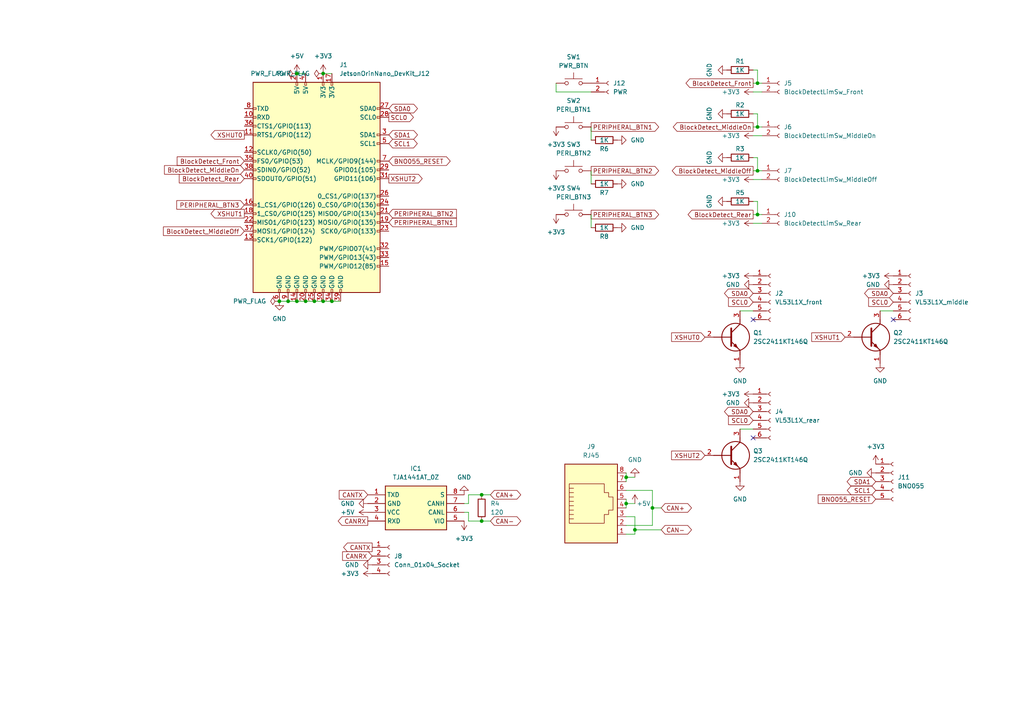
<source format=kicad_sch>
(kicad_sch (version 20230121) (generator eeschema)
  (paper "A4")
  (lib_symbols
    (symbol "2SC2411KT146Q:2SC2411KT146Q" (pin_names hide)
      (property "Reference" "Q" (at 13.97 1.27 0))
      (property "Value" "2SC2411KT146Q" (at 13.97 -1.27 0))
      (symbol "2SC2411KT146Q_1_1"
        (polyline (pts (xy 2.54 0) (xy 7.62 0)) (stroke (width 0.254)))
        (polyline (pts (xy 7.62 -1.27) (xy 10.16 -3.81)) (stroke (width 0.254)))
        (polyline (pts (xy 7.62 1.27) (xy 10.16 3.81)) (stroke (width 0.254)))
        (polyline (pts (xy 7.62 2.54) (xy 7.62 -2.54)) (stroke (width 0.508)))
        (polyline (pts (xy 10.16 -3.81) (xy 10.16 -5.08)) (stroke (width 0.254)))
        (polyline (pts (xy 10.16 3.81) (xy 10.16 5.08)) (stroke (width 0.254)))
        (polyline (pts (xy 8.382 -2.54) (xy 8.89 -2.032) (xy 9.398 -3.048) (xy 8.382 -2.54)) (stroke (width 0.254)) (fill (type outline)))
        (circle (center 8.89 0) (radius 4.016) (stroke (width 0.254)))
        (pin passive line (at 10.16 -7.62 90) (length 2.54) (name "E") (number "1"))
        (pin passive line (at 0 0 0) (length 2.54) (name "B") (number "2"))
        (pin passive line (at 10.16 7.62 270) (length 2.54) (name "C") (number "3"))
      )
    )
    (symbol "Connector:Conn_01x02_Socket" (pin_names (offset 1.016) hide)
      (property "Reference" "J" (at 0 2.54 0))
      (property "Value" "Conn_01x02_Socket" (at 0 -5.08 0))
      (symbol "Conn_01x02_Socket_1_1"
        (arc (start 0 -2.032) (mid -0.5058 -2.54) (end 0 -3.048) (stroke (width 0.1524)))
        (polyline (pts (xy -1.27 -2.54) (xy -0.508 -2.54)) (stroke (width 0.1524)))
        (polyline (pts (xy -1.27 0) (xy -0.508 0)) (stroke (width 0.1524)))
        (arc (start 0 0.508) (mid -0.5058 0) (end 0 -0.508) (stroke (width 0.1524)))
        (pin passive line (at -5.08 0 0) (length 3.81) (name "Pin_1") (number "1"))
        (pin passive line (at -5.08 -2.54 0) (length 3.81) (name "Pin_2") (number "2"))
      )
    )
    (symbol "Connector:Conn_01x04_Socket" (pin_names (offset 1.016) hide)
      (property "Reference" "J" (at 0 5.08 0))
      (property "Value" "Conn_01x04_Socket" (at 0 -7.62 0))
      (symbol "Conn_01x04_Socket_1_1"
        (arc (start 0 -4.572) (mid -0.5058 -5.08) (end 0 -5.588) (stroke (width 0.1524)))
        (arc (start 0 -2.032) (mid -0.5058 -2.54) (end 0 -3.048) (stroke (width 0.1524)))
        (polyline (pts (xy -1.27 -5.08) (xy -0.508 -5.08)) (stroke (width 0.1524)))
        (polyline (pts (xy -1.27 -2.54) (xy -0.508 -2.54)) (stroke (width 0.1524)))
        (polyline (pts (xy -1.27 0) (xy -0.508 0)) (stroke (width 0.1524)))
        (polyline (pts (xy -1.27 2.54) (xy -0.508 2.54)) (stroke (width 0.1524)))
        (arc (start 0 0.508) (mid -0.5058 0) (end 0 -0.508) (stroke (width 0.1524)))
        (arc (start 0 3.048) (mid -0.5058 2.54) (end 0 2.032) (stroke (width 0.1524)))
        (pin passive line (at -5.08 2.54 0) (length 3.81) (name "Pin_1") (number "1"))
        (pin passive line (at -5.08 0 0) (length 3.81) (name "Pin_2") (number "2"))
        (pin passive line (at -5.08 -2.54 0) (length 3.81) (name "Pin_3") (number "3"))
        (pin passive line (at -5.08 -5.08 0) (length 3.81) (name "Pin_4") (number "4"))
      )
    )
    (symbol "Connector:Conn_01x05_Socket" (pin_names (offset 1.016) hide)
      (property "Reference" "J" (at 0 7.62 0))
      (property "Value" "Conn_01x05_Socket" (at 0 -7.62 0))
      (symbol "Conn_01x05_Socket_1_1"
        (arc (start 0 -4.572) (mid -0.5058 -5.08) (end 0 -5.588) (stroke (width 0.1524)))
        (arc (start 0 -2.032) (mid -0.5058 -2.54) (end 0 -3.048) (stroke (width 0.1524)))
        (polyline (pts (xy -1.27 -5.08) (xy -0.508 -5.08)) (stroke (width 0.1524)))
        (polyline (pts (xy -1.27 -2.54) (xy -0.508 -2.54)) (stroke (width 0.1524)))
        (polyline (pts (xy -1.27 0) (xy -0.508 0)) (stroke (width 0.1524)))
        (polyline (pts (xy -1.27 2.54) (xy -0.508 2.54)) (stroke (width 0.1524)))
        (polyline (pts (xy -1.27 5.08) (xy -0.508 5.08)) (stroke (width 0.1524)))
        (arc (start 0 0.508) (mid -0.5058 0) (end 0 -0.508) (stroke (width 0.1524)))
        (arc (start 0 3.048) (mid -0.5058 2.54) (end 0 2.032) (stroke (width 0.1524)))
        (arc (start 0 5.588) (mid -0.5058 5.08) (end 0 4.572) (stroke (width 0.1524)))
        (pin passive line (at -5.08 5.08 0) (length 3.81) (name "Pin_1") (number "1"))
        (pin passive line (at -5.08 2.54 0) (length 3.81) (name "Pin_2") (number "2"))
        (pin passive line (at -5.08 0 0) (length 3.81) (name "Pin_3") (number "3"))
        (pin passive line (at -5.08 -2.54 0) (length 3.81) (name "Pin_4") (number "4"))
        (pin passive line (at -5.08 -5.08 0) (length 3.81) (name "Pin_5") (number "5"))
      )
    )
    (symbol "Connector:Conn_01x06_Socket" (pin_names (offset 1.016) hide)
      (property "Reference" "J" (at 0 7.62 0))
      (property "Value" "Conn_01x06_Socket" (at 0 -10.16 0))
      (symbol "Conn_01x06_Socket_1_1"
        (arc (start 0 -7.112) (mid -0.5058 -7.62) (end 0 -8.128) (stroke (width 0.1524)))
        (arc (start 0 -4.572) (mid -0.5058 -5.08) (end 0 -5.588) (stroke (width 0.1524)))
        (arc (start 0 -2.032) (mid -0.5058 -2.54) (end 0 -3.048) (stroke (width 0.1524)))
        (polyline (pts (xy -1.27 -7.62) (xy -0.508 -7.62)) (stroke (width 0.1524)))
        (polyline (pts (xy -1.27 -5.08) (xy -0.508 -5.08)) (stroke (width 0.1524)))
        (polyline (pts (xy -1.27 -2.54) (xy -0.508 -2.54)) (stroke (width 0.1524)))
        (polyline (pts (xy -1.27 0) (xy -0.508 0)) (stroke (width 0.1524)))
        (polyline (pts (xy -1.27 2.54) (xy -0.508 2.54)) (stroke (width 0.1524)))
        (polyline (pts (xy -1.27 5.08) (xy -0.508 5.08)) (stroke (width 0.1524)))
        (arc (start 0 0.508) (mid -0.5058 0) (end 0 -0.508) (stroke (width 0.1524)))
        (arc (start 0 3.048) (mid -0.5058 2.54) (end 0 2.032) (stroke (width 0.1524)))
        (arc (start 0 5.588) (mid -0.5058 5.08) (end 0 4.572) (stroke (width 0.1524)))
        (pin passive line (at -5.08 5.08 0) (length 3.81) (name "Pin_1") (number "1"))
        (pin passive line (at -5.08 2.54 0) (length 3.81) (name "Pin_2") (number "2"))
        (pin passive line (at -5.08 0 0) (length 3.81) (name "Pin_3") (number "3"))
        (pin passive line (at -5.08 -2.54 0) (length 3.81) (name "Pin_4") (number "4"))
        (pin passive line (at -5.08 -5.08 0) (length 3.81) (name "Pin_5") (number "5"))
        (pin passive line (at -5.08 -7.62 0) (length 3.81) (name "Pin_6") (number "6"))
      )
    )
    (symbol "Connector:RJ45" (pin_names (offset 1.016))
      (property "Reference" "J" (at -5.08 13.97 0))
      (property "Value" "RJ45" (at 2.54 13.97 0))
      (symbol "RJ45_0_1"
        (polyline (pts (xy -5.08 4.445) (xy -6.35 4.445)))
        (polyline (pts (xy -5.08 5.715) (xy -6.35 5.715)))
        (polyline (pts (xy -6.35 -3.175) (xy -5.08 -3.175) (xy -5.08 -3.175)))
        (polyline (pts (xy -6.35 -1.905) (xy -5.08 -1.905) (xy -5.08 -1.905)))
        (polyline (pts (xy -6.35 -0.635) (xy -5.08 -0.635) (xy -5.08 -0.635)))
        (polyline (pts (xy -6.35 0.635) (xy -5.08 0.635) (xy -5.08 0.635)))
        (polyline (pts (xy -6.35 1.905) (xy -5.08 1.905) (xy -5.08 1.905)))
        (polyline (pts (xy -5.08 3.175) (xy -6.35 3.175) (xy -6.35 3.175)))
        (polyline (pts (xy -6.35 -4.445) (xy -6.35 6.985) (xy 3.81 6.985) (xy 3.81 4.445) (xy 5.08 4.445) (xy 5.08 3.175) (xy 6.35 3.175) (xy 6.35 -0.635) (xy 5.08 -0.635) (xy 5.08 -1.905) (xy 3.81 -1.905) (xy 3.81 -4.445) (xy -6.35 -4.445) (xy -6.35 -4.445)))
        (rectangle (start 7.62 12.7) (end -7.62 -10.16) (stroke (width 0.254)) (fill (type background)))
      )
      (symbol "RJ45_1_1"
        (pin passive line (at 10.16 -7.62 180) (length 2.54) (name "~") (number "1"))
        (pin passive line (at 10.16 -5.08 180) (length 2.54) (name "~") (number "2"))
        (pin passive line (at 10.16 -2.54 180) (length 2.54) (name "~") (number "3"))
        (pin passive line (at 10.16 0 180) (length 2.54) (name "~") (number "4"))
        (pin passive line (at 10.16 2.54 180) (length 2.54) (name "~") (number "5"))
        (pin passive line (at 10.16 5.08 180) (length 2.54) (name "~") (number "6"))
        (pin passive line (at 10.16 7.62 180) (length 2.54) (name "~") (number "7"))
        (pin passive line (at 10.16 10.16 180) (length 2.54) (name "~") (number "8"))
      )
    )
    (symbol "Device:R" (pin_numbers hide) (pin_names (offset 0))
      (property "Reference" "R" (at 2.032 0 90))
      (property "Value" "R" (at 0 0 90))
      (symbol "R_0_1"
        (rectangle (start -1.016 -2.54) (end 1.016 2.54) (stroke (width 0.254)))
      )
      (symbol "R_1_1"
        (pin passive line (at 0 3.81 270) (length 1.27) (name "~") (number "1"))
        (pin passive line (at 0 -3.81 90) (length 1.27) (name "~") (number "2"))
      )
    )
    (symbol "Switch:SW_Push" (pin_numbers hide) (pin_names (offset 1.016) hide)
      (property "Reference" "SW" (at 1.27 2.54 0))
      (property "Value" "SW_Push" (at 0 -1.524 0))
      (symbol "SW_Push_0_1"
        (circle (center -2.032 0) (radius 0.508))
        (polyline (pts (xy 0 1.27) (xy 0 3.048)))
        (polyline (pts (xy 2.54 1.27) (xy -2.54 1.27)))
        (circle (center 2.032 0) (radius 0.508))
        (pin passive line (at -5.08 0 0) (length 2.54) (name "1") (number "1"))
        (pin passive line (at 5.08 0 180) (length 2.54) (name "2") (number "2"))
      )
    )
    (symbol "TJA1441AT_0Z:TJA1441AT_0Z"
      (property "Reference" "IC" (at 24.13 7.62 0))
      (property "Value" "TJA1441AT_0Z" (at 24.13 5.08 0))
      (symbol "TJA1441AT_0Z_1_1"
        (rectangle (start 5.08 2.54) (end 22.86 -10.16) (stroke (width 0.254)) (fill (type background)))
        (pin passive line (at 0 0 0) (length 5.08) (name "TXD") (number "1"))
        (pin passive line (at 0 -2.54 0) (length 5.08) (name "GND") (number "2"))
        (pin passive line (at 0 -5.08 0) (length 5.08) (name "VCC") (number "3"))
        (pin passive line (at 0 -7.62 0) (length 5.08) (name "RXD") (number "4"))
        (pin passive line (at 27.94 -7.62 180) (length 5.08) (name "VIO") (number "5"))
        (pin passive line (at 27.94 -5.08 180) (length 5.08) (name "CANL") (number "6"))
        (pin passive line (at 27.94 -2.54 180) (length 5.08) (name "CANH") (number "7"))
        (pin passive line (at 27.94 0 180) (length 5.08) (name "S") (number "8"))
      )
    )
    (symbol "d_robo_lib:JetsonOrinNano_GPIO" (pin_names (offset 1.016))
      (property "Reference" "J" (at -17.78 31.75 0))
      (property "Value" "JetsonOrinNano_DevKit_J12" (at 10.16 -31.75 0))
      (symbol "JetsonOrinNano_GPIO_0_1"
        (rectangle (start -17.78 30.48) (end 19.05 -30.48) (stroke (width 0.254)) (fill (type background)))
      )
      (symbol "JetsonOrinNano_GPIO_1_1"
        (rectangle (start -17.78 10.414) (end -16.891 9.906))
        (rectangle (start -16.891 -14.986) (end -17.78 -15.494))
        (rectangle (start -16.891 -12.446) (end -17.78 -12.954))
        (rectangle (start -16.891 -9.906) (end -17.78 -10.414))
        (rectangle (start -16.891 -7.366) (end -17.78 -7.874))
        (rectangle (start -16.891 -4.826) (end -17.78 -5.334))
        (rectangle (start -16.891 2.794) (end -17.78 2.286))
        (rectangle (start -16.891 5.334) (end -17.78 4.826))
        (rectangle (start -16.891 7.874) (end -17.78 7.366))
        (rectangle (start -16.891 15.494) (end -17.78 14.986))
        (rectangle (start -16.891 18.034) (end -17.78 17.526))
        (rectangle (start -16.891 20.574) (end -17.78 20.066))
        (rectangle (start -16.891 23.114) (end -17.78 22.606))
        (rectangle (start -10.414 -29.591) (end -9.906 -30.48))
        (rectangle (start -7.874 -29.591) (end -7.366 -30.48))
        (rectangle (start -5.334 -29.591) (end -4.826 -30.48))
        (rectangle (start -5.334 30.48) (end -4.826 29.591))
        (rectangle (start -2.794 -29.591) (end -2.286 -30.48))
        (rectangle (start -2.794 30.48) (end -2.286 29.591))
        (rectangle (start -0.254 -29.591) (end 0.254 -30.48))
        (rectangle (start 2.286 -29.591) (end 2.794 -30.48))
        (rectangle (start 2.286 30.48) (end 2.794 29.591))
        (rectangle (start 4.826 -29.591) (end 5.334 -30.48))
        (rectangle (start 4.826 30.48) (end 5.334 29.591))
        (rectangle (start 7.366 -29.591) (end 7.874 -30.48))
        (rectangle (start 19.05 -22.606) (end 18.161 -23.114))
        (rectangle (start 19.05 -20.066) (end 18.161 -20.574))
        (rectangle (start 19.05 -17.526) (end 18.161 -18.034))
        (rectangle (start 19.05 -12.446) (end 18.161 -12.954))
        (rectangle (start 19.05 -9.906) (end 18.161 -10.414))
        (rectangle (start 19.05 -7.366) (end 18.161 -7.874))
        (rectangle (start 19.05 -4.826) (end 18.161 -5.334))
        (rectangle (start 19.05 -2.286) (end 18.161 -2.794))
        (rectangle (start 19.05 2.794) (end 18.161 2.286))
        (rectangle (start 19.05 5.334) (end 18.161 4.826))
        (rectangle (start 19.05 7.874) (end 18.161 7.366))
        (rectangle (start 19.05 12.954) (end 18.161 12.446))
        (rectangle (start 19.05 15.494) (end 18.161 14.986))
        (rectangle (start 19.05 20.574) (end 18.161 20.066))
        (rectangle (start 19.05 23.114) (end 18.161 22.606))
        (pin power_in line (at 2.54 33.02 270) (length 2.54) (name "3V3") (number "1"))
        (pin bidirectional line (at -20.32 20.32 0) (length 2.54) (name "RXD") (number "10"))
        (pin bidirectional line (at -20.32 15.24 0) (length 2.54) (name "RTS1/GPIO(112)") (number "11"))
        (pin bidirectional line (at -20.32 10.16 0) (length 2.54) (name "SCLK0/GPIO(50)") (number "12"))
        (pin bidirectional line (at -20.32 -15.24 0) (length 2.54) (name "SCK1/GPIO(122)") (number "13"))
        (pin power_in line (at -5.08 -33.02 90) (length 2.54) (name "GND") (number "14"))
        (pin bidirectional line (at 21.59 -22.86 180) (length 2.54) (name "PWM/GPIO12(85)") (number "15"))
        (pin bidirectional line (at -20.32 -5.08 0) (length 2.54) (name "1_CS1/GPIO(126)") (number "16"))
        (pin power_in line (at 5.08 33.02 270) (length 2.54) (name "3V3") (number "17"))
        (pin bidirectional line (at -20.32 -7.62 0) (length 2.54) (name "1_CS0/GPIO(125)") (number "18"))
        (pin bidirectional line (at 21.59 -10.16 180) (length 2.54) (name "MOSI0/GPIO(135)") (number "19"))
        (pin power_in line (at -5.08 33.02 270) (length 2.54) (name "5V") (number "2"))
        (pin power_in line (at -2.54 -33.02 90) (length 2.54) (name "GND") (number "20"))
        (pin bidirectional line (at 21.59 -7.62 180) (length 2.54) (name "MISO0/GPIO(134)") (number "21"))
        (pin bidirectional line (at -20.32 -10.16 0) (length 2.54) (name "MISO1/GPIO(123)") (number "22"))
        (pin bidirectional line (at 21.59 -12.7 180) (length 2.54) (name "SCK0/GPIO(133)") (number "23"))
        (pin bidirectional line (at 21.59 -5.08 180) (length 2.54) (name "0_CS0/GPIO(136)") (number "24"))
        (pin power_in line (at 0 -33.02 90) (length 2.54) (name "GND") (number "25"))
        (pin bidirectional line (at 21.59 -2.54 180) (length 2.54) (name "0_CS1/GPIO(137)") (number "26"))
        (pin bidirectional line (at 21.59 22.86 180) (length 2.54) (name "SDA0") (number "27"))
        (pin bidirectional line (at 21.59 20.32 180) (length 2.54) (name "SCL0") (number "28"))
        (pin bidirectional line (at 21.59 5.08 180) (length 2.54) (name "GPIO01(105)") (number "29"))
        (pin bidirectional line (at 21.59 15.24 180) (length 2.54) (name "SDA1") (number "3"))
        (pin power_in line (at 2.54 -33.02 90) (length 2.54) (name "GND") (number "30"))
        (pin bidirectional line (at 21.59 2.54 180) (length 2.54) (name "GPIO11(106)") (number "31"))
        (pin bidirectional line (at 21.59 -17.78 180) (length 2.54) (name "PWM/GPIO07(41)") (number "32"))
        (pin bidirectional line (at 21.59 -20.32 180) (length 2.54) (name "PWM/GPIO13(43)") (number "33"))
        (pin power_in line (at 5.08 -33.02 90) (length 2.54) (name "GND") (number "34"))
        (pin bidirectional line (at -20.32 7.62 0) (length 2.54) (name "FS0/GPIO(53)") (number "35"))
        (pin bidirectional line (at -20.32 17.78 0) (length 2.54) (name "CTS1/GPIO(113)") (number "36"))
        (pin bidirectional line (at -20.32 -12.7 0) (length 2.54) (name "MOSI1/GPIO(124)") (number "37"))
        (pin bidirectional line (at -20.32 5.08 0) (length 2.54) (name "SDIN0/GPIO(52)") (number "38"))
        (pin power_in line (at 7.62 -33.02 90) (length 2.54) (name "GND") (number "39"))
        (pin power_in line (at -2.54 33.02 270) (length 2.54) (name "5V") (number "4"))
        (pin bidirectional line (at -20.32 2.54 0) (length 2.54) (name "SDOUT0/GPIO(51)") (number "40"))
        (pin bidirectional line (at 21.59 12.7 180) (length 2.54) (name "SCL1") (number "5"))
        (pin power_in line (at -10.16 -33.02 90) (length 2.54) (name "GND") (number "6"))
        (pin bidirectional line (at 21.59 7.62 180) (length 2.54) (name "MCLK/GPIO9(144)") (number "7"))
        (pin bidirectional line (at -20.32 22.86 0) (length 2.54) (name "TXD") (number "8"))
        (pin power_in line (at -7.62 -33.02 90) (length 2.54) (name "GND") (number "9"))
      )
    )
    (symbol "power:+3V3" (power) (pin_names (offset 0))
      (property "Value" "+3V3" (at 0 3.556 0))
      (symbol "+3V3_0_1"
        (polyline (pts (xy -0.762 1.27) (xy 0 2.54)))
        (polyline (pts (xy 0 0) (xy 0 2.54)))
        (polyline (pts (xy 0 2.54) (xy 0.762 1.27)))
      )
      (symbol "+3V3_1_1"
        (pin power_in line (at 0 0 90) (length 0) hide (name "+3V3") (number "1"))
      )
    )
    (symbol "power:+5V" (power) (pin_names (offset 0))
      (property "Value" "+5V" (at 0 3.556 0))
      (symbol "+5V_0_1"
        (polyline (pts (xy -0.762 1.27) (xy 0 2.54)))
        (polyline (pts (xy 0 0) (xy 0 2.54)))
        (polyline (pts (xy 0 2.54) (xy 0.762 1.27)))
      )
      (symbol "+5V_1_1"
        (pin power_in line (at 0 0 90) (length 0) hide (name "+5V") (number "1"))
      )
    )
    (symbol "power:GND" (power) (pin_names (offset 0))
      (property "Value" "GND" (at 0 -3.81 0))
      (symbol "GND_0_1"
        (polyline (pts (xy 0 0) (xy 0 -1.27) (xy 1.27 -1.27) (xy 0 -2.54) (xy -1.27 -1.27) (xy 0 -1.27)))
      )
      (symbol "GND_1_1"
        (pin power_in line (at 0 0 270) (length 0) hide (name "GND") (number "1"))
      )
    )
    (symbol "power:PWR_FLAG" (power) (pin_numbers hide) (pin_names (offset 0) hide)
      (property "Value" "PWR_FLAG" (at 0 3.81 0))
      (symbol "PWR_FLAG_0_0"
        (pin power_out line (at 0 0 90) (length 0) (name "pwr") (number "1"))
      )
      (symbol "PWR_FLAG_0_1"
        (polyline (pts (xy 0 0) (xy 0 1.27) (xy -1.016 1.905) (xy 0 2.54) (xy 1.016 1.905) (xy 0 1.27)))
      )
    )
  )
  (junction (at 181.61 146.05))
  (junction (at 184.15 153.67))
  (junction (at 181.61 138.43))
  (junction (at 96.266 87.376))
  (junction (at 86.106 21.336))
  (junction (at 83.566 87.376))
  (junction (at 219.71 62.23))
  (junction (at 219.71 24.13))
  (junction (at 189.23 147.32))
  (junction (at 93.726 21.336))
  (junction (at 139.7 143.51))
  (junction (at 219.71 36.83))
  (junction (at 139.7 151.13))
  (junction (at 219.71 49.53))
  (junction (at 88.646 87.376))
  (junction (at 86.106 87.376))
  (junction (at 93.726 87.376))
  (junction (at 81.026 87.376))
  (junction (at 91.186 87.376))
  (no_connect (at 259.08 92.71))
  (no_connect (at 218.44 127))
  (no_connect (at 218.44 92.71))
  (wire (pts (xy 86.106 87.376) (xy 88.646 87.376)))
  (wire (pts (xy 184.15 153.67) (xy 191.77 153.67)))
  (wire (pts (xy 218.44 52.07) (xy 220.98 52.07)))
  (wire (pts (xy 214.63 124.46) (xy 218.44 124.46)))
  (wire (pts (xy 171.45 26.67) (xy 161.29 26.67)))
  (wire (pts (xy 171.45 49.53) (xy 171.45 53.34)))
  (wire (pts (xy 134.62 146.05) (xy 135.89 146.05)))
  (wire (pts (xy 218.44 45.72) (xy 219.71 45.72)))
  (wire (pts (xy 219.71 58.42) (xy 219.71 62.23)))
  (wire (pts (xy 218.44 58.42) (xy 219.71 58.42)))
  (wire (pts (xy 181.61 149.86) (xy 184.15 149.86)))
  (wire (pts (xy 139.7 151.13) (xy 142.24 151.13)))
  (wire (pts (xy 181.61 154.94) (xy 184.15 154.94)))
  (wire (pts (xy 135.89 148.59) (xy 135.89 151.13)))
  (wire (pts (xy 88.646 87.376) (xy 91.186 87.376)))
  (wire (pts (xy 219.71 20.32) (xy 219.71 24.13)))
  (wire (pts (xy 219.71 24.13) (xy 220.98 24.13)))
  (wire (pts (xy 135.89 143.51) (xy 139.7 143.51)))
  (wire (pts (xy 214.63 90.17) (xy 218.44 90.17)))
  (wire (pts (xy 181.61 146.05) (xy 184.15 146.05)))
  (wire (pts (xy 181.61 142.24) (xy 189.23 142.24)))
  (wire (pts (xy 93.726 87.376) (xy 96.266 87.376)))
  (wire (pts (xy 189.23 147.32) (xy 189.23 152.4)))
  (wire (pts (xy 255.27 90.17) (xy 259.08 90.17)))
  (wire (pts (xy 189.23 142.24) (xy 189.23 147.32)))
  (wire (pts (xy 219.71 33.02) (xy 219.71 36.83)))
  (wire (pts (xy 135.89 146.05) (xy 135.89 143.51)))
  (wire (pts (xy 189.23 147.32) (xy 191.77 147.32)))
  (wire (pts (xy 86.106 21.336) (xy 88.646 21.336)))
  (wire (pts (xy 218.44 64.77) (xy 220.98 64.77)))
  (wire (pts (xy 218.44 20.32) (xy 219.71 20.32)))
  (wire (pts (xy 218.44 33.02) (xy 219.71 33.02)))
  (wire (pts (xy 181.61 144.78) (xy 181.61 146.05)))
  (wire (pts (xy 93.726 21.336) (xy 96.266 21.336)))
  (wire (pts (xy 134.62 148.59) (xy 135.89 148.59)))
  (wire (pts (xy 91.186 87.376) (xy 93.726 87.376)))
  (wire (pts (xy 218.44 36.83) (xy 219.71 36.83)))
  (wire (pts (xy 135.89 151.13) (xy 139.7 151.13)))
  (wire (pts (xy 171.45 36.83) (xy 171.45 40.64)))
  (wire (pts (xy 218.44 62.23) (xy 219.71 62.23)))
  (wire (pts (xy 181.61 138.43) (xy 181.61 139.7)))
  (wire (pts (xy 181.61 137.16) (xy 181.61 138.43)))
  (wire (pts (xy 181.61 146.05) (xy 181.61 147.32)))
  (wire (pts (xy 218.44 24.13) (xy 219.71 24.13)))
  (wire (pts (xy 219.71 62.23) (xy 220.98 62.23)))
  (wire (pts (xy 219.71 36.83) (xy 220.98 36.83)))
  (wire (pts (xy 96.266 87.376) (xy 98.806 87.376)))
  (wire (pts (xy 218.44 49.53) (xy 219.71 49.53)))
  (wire (pts (xy 81.026 87.376) (xy 83.566 87.376)))
  (wire (pts (xy 184.15 153.67) (xy 184.15 149.86)))
  (wire (pts (xy 161.29 26.67) (xy 161.29 24.13)))
  (wire (pts (xy 181.61 152.4) (xy 189.23 152.4)))
  (wire (pts (xy 219.71 49.53) (xy 220.98 49.53)))
  (wire (pts (xy 219.71 45.72) (xy 219.71 49.53)))
  (wire (pts (xy 83.566 87.376) (xy 86.106 87.376)))
  (wire (pts (xy 218.44 26.67) (xy 220.98 26.67)))
  (wire (pts (xy 218.44 39.37) (xy 220.98 39.37)))
  (wire (pts (xy 171.45 62.23) (xy 171.45 66.04)))
  (wire (pts (xy 181.61 138.43) (xy 184.15 138.43)))
  (wire (pts (xy 184.15 154.94) (xy 184.15 153.67)))
  (wire (pts (xy 139.7 143.51) (xy 142.24 143.51)))
  (global_label "CANRX" (shape output) (at 106.68 151.13 180) (property "Intersheetrefs" "${INTERSHEET_REFS}" (effects hide)))
  (global_label "SDA0" (shape bidirectional) (at 112.776 31.496 0) (property "Intersheetrefs" "${INTERSHEET_REFS}" (effects hide)))
  (global_label "PERIPHERAL_BTN1" (shape output) (at 171.45 36.83 0) (property "Intersheetrefs" "${INTERSHEET_REFS}" (effects hide)))
  (global_label "SDA1" (shape bidirectional) (at 112.776 39.116 0) (property "Intersheetrefs" "${INTERSHEET_REFS}" (effects hide)))
  (global_label "XSHUT1" (shape output) (at 70.866 61.976 180) (property "Intersheetrefs" "${INTERSHEET_REFS}" (effects hide)))
  (global_label "CAN-" (shape bidirectional) (at 191.77 153.67 0) (property "Intersheetrefs" "${INTERSHEET_REFS}" (effects hide)))
  (global_label "SDA0" (shape bidirectional) (at 218.44 119.38 180) (property "Intersheetrefs" "${INTERSHEET_REFS}" (effects hide)))
  (global_label "SCL0" (shape input) (at 218.44 87.63 180) (property "Intersheetrefs" "${INTERSHEET_REFS}" (effects hide)))
  (global_label "BNO055_RESET" (shape input) (at 254 144.78 180) (property "Intersheetrefs" "${INTERSHEET_REFS}" (effects hide)))
  (global_label "XSHUT0" (shape input) (at 204.47 97.79 180) (property "Intersheetrefs" "${INTERSHEET_REFS}" (effects hide)))
  (global_label "SCL0" (shape input) (at 259.08 87.63 180) (property "Intersheetrefs" "${INTERSHEET_REFS}" (effects hide)))
  (global_label "XSHUT2" (shape output) (at 112.776 51.816 0) (property "Intersheetrefs" "${INTERSHEET_REFS}" (effects hide)))
  (global_label "CAN-" (shape bidirectional) (at 142.24 151.13 0) (property "Intersheetrefs" "${INTERSHEET_REFS}" (effects hide)))
  (global_label "PERIPHERAL_BTN1" (shape input) (at 112.776 64.516 0) (property "Intersheetrefs" "${INTERSHEET_REFS}" (effects hide)))
  (global_label "CANRX" (shape input) (at 107.95 161.29 180) (property "Intersheetrefs" "${INTERSHEET_REFS}" (effects hide)))
  (global_label "BNO055_RESET" (shape bidirectional) (at 112.776 46.736 0) (property "Intersheetrefs" "${INTERSHEET_REFS}" (effects hide)))
  (global_label "BlockDetect_Front" (shape input) (at 70.866 46.736 180) (property "Intersheetrefs" "${INTERSHEET_REFS}" (effects hide)))
  (global_label "SDA0" (shape bidirectional) (at 259.08 85.09 180) (property "Intersheetrefs" "${INTERSHEET_REFS}" (effects hide)))
  (global_label "XSHUT0" (shape output) (at 70.866 39.116 180) (property "Intersheetrefs" "${INTERSHEET_REFS}" (effects hide)))
  (global_label "XSHUT1" (shape input) (at 245.11 97.79 180) (property "Intersheetrefs" "${INTERSHEET_REFS}" (effects hide)))
  (global_label "CANTX" (shape output) (at 107.95 158.75 180) (property "Intersheetrefs" "${INTERSHEET_REFS}" (effects hide)))
  (global_label "SDA0" (shape bidirectional) (at 218.44 85.09 180) (property "Intersheetrefs" "${INTERSHEET_REFS}" (effects hide)))
  (global_label "BlockDetect_Rear" (shape output) (at 218.44 62.23 180) (property "Intersheetrefs" "${INTERSHEET_REFS}" (effects hide)))
  (global_label "CAN+" (shape bidirectional) (at 191.77 147.32 0) (property "Intersheetrefs" "${INTERSHEET_REFS}" (effects hide)))
  (global_label "BlockDetect_MiddleOn" (shape input) (at 70.866 49.276 180) (property "Intersheetrefs" "${INTERSHEET_REFS}" (effects hide)))
  (global_label "SCL0" (shape input) (at 218.44 121.92 180) (property "Intersheetrefs" "${INTERSHEET_REFS}" (effects hide)))
  (global_label "PERIPHERAL_BTN2" (shape output) (at 171.45 49.53 0) (property "Intersheetrefs" "${INTERSHEET_REFS}" (effects hide)))
  (global_label "XSHUT2" (shape input) (at 204.47 132.08 180) (property "Intersheetrefs" "${INTERSHEET_REFS}" (effects hide)))
  (global_label "CANTX" (shape input) (at 106.68 143.51 180) (property "Intersheetrefs" "${INTERSHEET_REFS}" (effects hide)))
  (global_label "CAN+" (shape bidirectional) (at 142.24 143.51 0) (property "Intersheetrefs" "${INTERSHEET_REFS}" (effects hide)))
  (global_label "SCL0" (shape output) (at 112.776 34.036 0) (property "Intersheetrefs" "${INTERSHEET_REFS}" (effects hide)))
  (global_label "BlockDetect_MiddleOff" (shape output) (at 218.44 49.53 180) (property "Intersheetrefs" "${INTERSHEET_REFS}" (effects hide)))
  (global_label "SDA1" (shape bidirectional) (at 254 139.7 180) (property "Intersheetrefs" "${INTERSHEET_REFS}" (effects hide)))
  (global_label "BlockDetect_MiddleOff" (shape input) (at 70.866 67.056 180) (property "Intersheetrefs" "${INTERSHEET_REFS}" (effects hide)))
  (global_label "PERIPHERAL_BTN3" (shape input) (at 70.866 59.436 180) (property "Intersheetrefs" "${INTERSHEET_REFS}" (effects hide)))
  (global_label "BlockDetect_Front" (shape output) (at 218.44 24.13 180) (property "Intersheetrefs" "${INTERSHEET_REFS}" (effects hide)))
  (global_label "BlockDetect_Rear" (shape input) (at 70.866 51.816 180) (property "Intersheetrefs" "${INTERSHEET_REFS}" (effects hide)))
  (global_label "SCL1" (shape bidirectional) (at 254 142.24 180) (property "Intersheetrefs" "${INTERSHEET_REFS}" (effects hide)))
  (global_label "PERIPHERAL_BTN3" (shape output) (at 171.45 62.23 0) (property "Intersheetrefs" "${INTERSHEET_REFS}" (effects hide)))
  (global_label "BlockDetect_MiddleOn" (shape output) (at 218.44 36.83 180) (property "Intersheetrefs" "${INTERSHEET_REFS}" (effects hide)))
  (global_label "SCL1" (shape bidirectional) (at 112.776 41.656 0) (property "Intersheetrefs" "${INTERSHEET_REFS}" (effects hide)))
  (global_label "PERIPHERAL_BTN2" (shape input) (at 112.776 61.976 0) (property "Intersheetrefs" "${INTERSHEET_REFS}" (effects hide)))
  (symbol (lib_id "Switch:SW_Push") (at 166.37 24.13 0) (unit 1)
    (property "Reference" "SW1" (at 166.37 16.51 0))
    (property "Value" "PWR_BTN" (at 166.37 19.05 0))
    (property "Footprint" "Button_Switch_SMD:SW_SPST_PTS645" (effects hide))
  )
  (symbol (lib_id "power:GND") (at 179.07 66.04 90) (unit 1)
    (property "Reference" "#PWR036" (effects hide))
    (property "Value" "GND" (at 182.88 66.04 90) (effects (justify right)))
  )
  (symbol (lib_id "power:GND") (at 179.07 40.64 90) (unit 1)
    (property "Reference" "#PWR031" (effects hide))
    (property "Value" "GND" (at 182.88 40.64 90) (effects (justify right)))
  )
  (symbol (lib_id "2SC2411KT146Q:2SC2411KT146Q") (at 204.47 132.08 0) (unit 1)
    (property "Reference" "Q3" (at 218.44 130.81 0) (effects (justify left)))
    (property "Value" "2SC2411KT146Q" (at 218.44 133.35 0) (effects (justify left)))
    (property "Footprint" "samacsys_lib:DTB123YKT146" (effects hide))
    (property "Datasheet" "http://uk.rs-online.com/web/p/products/2159568" (effects hide))
    (property "Height" "1" (effects hide))
    (property "RS Part Number" "2159568" (effects hide))
    (property "RS Price/Stock" "http://uk.rs-online.com/web/p/products/2159568" (effects hide))
    (property "Manufacturer_Name" "ROHM Semiconductor" (effects hide))
    (property "Manufacturer_Part_Number" "2SC2411KT146Q" (effects hide))
  )
  (symbol (lib_id "Connector:Conn_01x02_Socket") (at 226.06 24.13 0) (unit 1)
    (property "Reference" "J5" (at 227.33 24.13 0) (effects (justify left)))
    (property "Value" "BlockDetectLimSw_Front" (at 227.33 26.67 0) (effects (justify left)))
    (property "Footprint" "Connector_JST:JST_XH_S2B-XH-A_1x02_P2.50mm_Horizontal" (effects hide))
  )
  (symbol (lib_id "power:+3V3") (at 218.44 39.37 90) (unit 1)
    (property "Reference" "#PWR04" (effects hide))
    (property "Value" "+3V3" (at 214.63 39.37 90) (effects (justify left)))
  )
  (symbol (lib_id "Connector:Conn_01x02_Socket") (at 226.06 36.83 0) (unit 1)
    (property "Reference" "J6" (at 227.33 36.83 0) (effects (justify left)))
    (property "Value" "BlockDetectLimSw_MiddleOn" (at 227.33 39.37 0) (effects (justify left)))
    (property "Footprint" "Connector_JST:JST_XH_S2B-XH-A_1x02_P2.50mm_Horizontal" (effects hide))
  )
  (symbol (lib_id "power:+5V") (at 86.106 21.336 0) (unit 1)
    (property "Reference" "#PWR08" (effects hide))
    (property "Value" "+5V" (at 86.106 16.256 0))
  )
  (symbol (lib_id "Connector:Conn_01x05_Socket") (at 259.08 139.7 0) (unit 1)
    (property "Reference" "J11" (at 260.35 138.43 0) (effects (justify left)))
    (property "Value" "BNO055" (at 260.35 140.97 0) (effects (justify left)))
    (property "Footprint" "Connector_JST:JST_PH_S5B-PH-K_1x05_P2.00mm_Horizontal" (effects hide))
  )
  (symbol (lib_id "Switch:SW_Push") (at 166.37 36.83 0) (unit 1)
    (property "Reference" "SW2" (at 166.37 29.21 0))
    (property "Value" "PERI_BTN1" (at 166.37 31.75 0))
    (property "Footprint" "Button_Switch_SMD:SW_SPST_PTS645" (effects hide))
  )
  (symbol (lib_id "Device:R") (at 214.63 45.72 90) (unit 1)
    (property "Reference" "R3" (at 214.63 43.18 90))
    (property "Value" "1K" (at 214.63 45.72 90))
    (property "Footprint" "Resistor_SMD:R_0603_1608Metric_Pad0.98x0.95mm_HandSolder" (effects hide))
  )
  (symbol (lib_id "Device:R") (at 175.26 53.34 90) (unit 1)
    (property "Reference" "R7" (at 175.26 55.88 90))
    (property "Value" "1K" (at 175.26 53.34 90))
    (property "Footprint" "Resistor_SMD:R_0603_1608Metric_Pad0.98x0.95mm_HandSolder" (effects hide))
  )
  (symbol (lib_id "power:+3V3") (at 161.29 36.83 180) (unit 1)
    (property "Reference" "#PWR032" (effects hide))
    (property "Value" "+3V3" (at 161.29 41.91 0))
  )
  (symbol (lib_id "power:+3V3") (at 218.44 64.77 90) (unit 1)
    (property "Reference" "#PWR026" (effects hide))
    (property "Value" "+3V3" (at 214.63 64.77 90) (effects (justify left)))
  )
  (symbol (lib_id "Connector:Conn_01x06_Socket") (at 223.52 119.38 0) (unit 1)
    (property "Reference" "J4" (at 224.79 119.38 0) (effects (justify left)))
    (property "Value" "VL53L1X_rear" (at 224.79 121.92 0) (effects (justify left)))
    (property "Footprint" "Connector_JST:JST_PH_S6B-PH-K_1x06_P2.00mm_Horizontal" (effects hide))
  )
  (symbol (lib_id "Connector:Conn_01x06_Socket") (at 264.16 85.09 0) (unit 1)
    (property "Reference" "J3" (at 265.43 85.09 0) (effects (justify left)))
    (property "Value" "VL53L1X_middle" (at 265.43 87.63 0) (effects (justify left)))
    (property "Footprint" "Connector_JST:JST_PH_S6B-PH-K_1x06_P2.00mm_Horizontal" (effects hide))
  )
  (symbol (lib_id "Connector:Conn_01x02_Socket") (at 226.06 62.23 0) (unit 1)
    (property "Reference" "J10" (at 227.33 62.23 0) (effects (justify left)))
    (property "Value" "BlockDetectLimSw_Rear" (at 227.33 64.77 0) (effects (justify left)))
    (property "Footprint" "Connector_JST:JST_XH_S2B-XH-A_1x02_P2.50mm_Horizontal" (effects hide))
  )
  (symbol (lib_id "Connector:Conn_01x06_Socket") (at 223.52 85.09 0) (unit 1)
    (property "Reference" "J2" (at 224.79 85.09 0) (effects (justify left)))
    (property "Value" "VL53L1X_front" (at 224.79 87.63 0) (effects (justify left)))
    (property "Footprint" "Connector_JST:JST_PH_S6B-PH-K_1x06_P2.00mm_Horizontal" (effects hide))
  )
  (symbol (lib_id "Device:R") (at 139.7 147.32 0) (unit 1)
    (property "Reference" "R4" (at 142.24 146.05 0) (effects (justify left)))
    (property "Value" "120" (at 142.24 148.59 0) (effects (justify left)))
    (property "Footprint" "Resistor_SMD:R_0603_1608Metric_Pad0.98x0.95mm_HandSolder" (effects hide))
  )
  (symbol (lib_id "power:GND") (at 214.63 139.7 0) (unit 1)
    (property "Reference" "#PWR022" (effects hide))
    (property "Value" "GND" (at 214.63 144.78 0))
  )
  (symbol (lib_id "power:+3V3") (at 107.95 166.37 90) (unit 1)
    (property "Reference" "#PWR028" (effects hide))
    (property "Value" "+3V3" (at 104.14 166.37 90) (effects (justify left)))
  )
  (symbol (lib_id "power:GND") (at 259.08 82.55 270) (unit 1)
    (property "Reference" "#PWR021" (effects hide))
    (property "Value" "GND" (at 255.27 82.55 90) (effects (justify right)))
  )
  (symbol (lib_id "power:GND") (at 210.82 20.32 270) (unit 1)
    (property "Reference" "#PWR01" (effects hide))
    (property "Value" "GND" (at 205.74 20.32 0))
  )
  (symbol (lib_id "power:+3V3") (at 254 134.62 0) (unit 1)
    (property "Reference" "#PWR029" (effects hide))
    (property "Value" "+3V3" (at 254 129.54 0))
  )
  (symbol (lib_id "d_robo_lib:JetsonOrinNano_GPIO") (at 91.186 54.356 0) (unit 1)
    (property "Reference" "J1" (at 98.4601 18.796 0) (effects (justify left)))
    (property "Value" "JetsonOrinNano_DevKit_J12" (at 98.4601 21.336 0) (effects (justify left)))
    (property "Footprint" "Connector_PinSocket_2.54mm:PinSocket_2x20_P2.54mm_Horizontal" (effects hide))
    (property "Datasheet" "https://www.raspberrypi.org/documentation/hardware/raspberrypi/schematics/rpi_SCH_3bplus_1p0_reduced.pdf" (effects hide))
  )
  (symbol (lib_id "power:GND") (at 107.95 163.83 270) (unit 1)
    (property "Reference" "#PWR027" (effects hide))
    (property "Value" "GND" (at 104.14 163.83 90) (effects (justify right)))
  )
  (symbol (lib_id "Device:R") (at 214.63 58.42 90) (unit 1)
    (property "Reference" "R5" (at 214.63 55.88 90))
    (property "Value" "1K" (at 214.63 58.42 90))
    (property "Footprint" "Resistor_SMD:R_0603_1608Metric_Pad0.98x0.95mm_HandSolder" (effects hide))
  )
  (symbol (lib_id "power:PWR_FLAG") (at 86.106 21.336 90) (unit 1)
    (property "Reference" "#FLG01" (effects hide))
    (property "Value" "PWR_FLAG" (at 82.296 21.336 90) (effects (justify left)))
  )
  (symbol (lib_id "power:+5V") (at 184.15 146.05 0) (unit 1)
    (property "Reference" "#PWR014" (effects hide))
    (property "Value" "+5V" (at 186.69 146.05 0))
  )
  (symbol (lib_id "power:+3V3") (at 161.29 49.53 180) (unit 1)
    (property "Reference" "#PWR034" (effects hide))
    (property "Value" "+3V3" (at 161.29 54.61 0))
  )
  (symbol (lib_id "power:PWR_FLAG") (at 93.726 21.336 90) (unit 1)
    (property "Reference" "#FLG02" (effects hide))
    (property "Value" "PWR_FLAG" (at 89.916 21.336 90) (effects (justify left)))
  )
  (symbol (lib_id "power:GND") (at 218.44 82.55 270) (unit 1)
    (property "Reference" "#PWR017" (effects hide))
    (property "Value" "GND" (at 214.63 82.55 90) (effects (justify right)))
  )
  (symbol (lib_id "power:GND") (at 106.68 146.05 270) (unit 1)
    (property "Reference" "#PWR010" (effects hide))
    (property "Value" "GND" (at 102.87 146.05 90) (effects (justify right)))
  )
  (symbol (lib_id "Device:R") (at 175.26 40.64 90) (unit 1)
    (property "Reference" "R6" (at 175.26 43.18 90))
    (property "Value" "1K" (at 175.26 40.64 90))
    (property "Footprint" "Resistor_SMD:R_0603_1608Metric_Pad0.98x0.95mm_HandSolder" (effects hide))
  )
  (symbol (lib_id "Connector:Conn_01x02_Socket") (at 176.53 24.13 0) (unit 1)
    (property "Reference" "J12" (at 177.8 24.13 0) (effects (justify left)))
    (property "Value" "PWR" (at 177.8 26.67 0) (effects (justify left)))
    (property "Footprint" "Connector_JST:JST_XH_B2B-XH-A_1x02_P2.50mm_Vertical" (effects hide))
  )
  (symbol (lib_id "power:+3V3") (at 218.44 52.07 90) (unit 1)
    (property "Reference" "#PWR02" (effects hide))
    (property "Value" "+3V3" (at 214.63 52.07 90) (effects (justify left)))
  )
  (symbol (lib_id "power:+3V3") (at 259.08 80.01 90) (unit 1)
    (property "Reference" "#PWR020" (effects hide))
    (property "Value" "+3V3" (at 255.27 80.01 90) (effects (justify left)))
  )
  (symbol (lib_id "power:+3V3") (at 218.44 80.01 90) (unit 1)
    (property "Reference" "#PWR016" (effects hide))
    (property "Value" "+3V3" (at 214.63 80.01 90) (effects (justify left)))
  )
  (symbol (lib_id "power:GND") (at 255.27 105.41 0) (unit 1)
    (property "Reference" "#PWR019" (effects hide))
    (property "Value" "GND" (at 255.27 110.49 0))
  )
  (symbol (lib_id "Device:R") (at 214.63 33.02 90) (unit 1)
    (property "Reference" "R2" (at 214.63 30.48 90))
    (property "Value" "1K" (at 214.63 33.02 90))
    (property "Footprint" "Resistor_SMD:R_0603_1608Metric_Pad0.98x0.95mm_HandSolder" (effects hide))
  )
  (symbol (lib_id "power:GND") (at 214.63 105.41 0) (unit 1)
    (property "Reference" "#PWR018" (effects hide))
    (property "Value" "GND" (at 214.63 110.49 0))
  )
  (symbol (lib_id "2SC2411KT146Q:2SC2411KT146Q") (at 245.11 97.79 0) (unit 1)
    (property "Reference" "Q2" (at 259.08 96.52 0) (effects (justify left)))
    (property "Value" "2SC2411KT146Q" (at 259.08 99.06 0) (effects (justify left)))
    (property "Footprint" "samacsys_lib:DTB123YKT146" (effects hide))
    (property "Datasheet" "http://uk.rs-online.com/web/p/products/2159568" (effects hide))
    (property "Height" "1" (effects hide))
    (property "RS Part Number" "2159568" (effects hide))
    (property "RS Price/Stock" "http://uk.rs-online.com/web/p/products/2159568" (effects hide))
    (property "Manufacturer_Name" "ROHM Semiconductor" (effects hide))
    (property "Manufacturer_Part_Number" "2SC2411KT146Q" (effects hide))
  )
  (symbol (lib_id "Device:R") (at 175.26 66.04 90) (unit 1)
    (property "Reference" "R8" (at 175.26 68.58 90))
    (property "Value" "1K" (at 175.26 66.04 90))
    (property "Footprint" "Resistor_SMD:R_0603_1608Metric_Pad0.98x0.95mm_HandSolder" (effects hide))
  )
  (symbol (lib_id "power:+3V3") (at 161.29 62.23 180) (unit 1)
    (property "Reference" "#PWR035" (effects hide))
    (property "Value" "+3V3" (at 161.29 67.31 0))
  )
  (symbol (lib_id "Connector:RJ45") (at 171.45 147.32 0) (unit 1)
    (property "Reference" "J9" (at 171.45 129.54 0))
    (property "Value" "RJ45" (at 171.45 132.08 0))
    (property "Footprint" "d_robo_lib:RJ45_Amphenol_54602-x08_Horizontal" (effects hide))
  )
  (symbol (lib_id "power:+3V3") (at 218.44 114.3 90) (unit 1)
    (property "Reference" "#PWR023" (effects hide))
    (property "Value" "+3V3" (at 214.63 114.3 90) (effects (justify left)))
  )
  (symbol (lib_id "power:PWR_FLAG") (at 81.026 87.376 90) (unit 1)
    (property "Reference" "#FLG03" (effects hide))
    (property "Value" "PWR_FLAG" (at 77.216 87.376 90) (effects (justify left)))
  )
  (symbol (lib_id "power:GND") (at 210.82 58.42 270) (unit 1)
    (property "Reference" "#PWR025" (effects hide))
    (property "Value" "GND" (at 205.74 58.42 0))
  )
  (symbol (lib_id "power:+3V3") (at 134.62 151.13 180) (unit 1)
    (property "Reference" "#PWR012" (effects hide))
    (property "Value" "+3V3" (at 134.62 156.21 0))
  )
  (symbol (lib_id "power:GND") (at 210.82 33.02 270) (unit 1)
    (property "Reference" "#PWR03" (effects hide))
    (property "Value" "GND" (at 205.74 33.02 0))
  )
  (symbol (lib_id "TJA1441AT_0Z:TJA1441AT_0Z") (at 106.68 143.51 0) (unit 1)
    (property "Reference" "IC1" (at 120.65 135.89 0))
    (property "Value" "TJA1441AT_0Z" (at 120.65 138.43 0))
    (property "Footprint" "Package_SO:SOIC-8_3.9x4.9mm_P1.27mm" (effects hide))
    (property "Datasheet" "https://www.mouser.it/datasheet/2/302/TJA1441-1949304.pdf" (effects hide))
    (property "Height" "1.75" (effects hide))
    (property "Manufacturer_Name" "NXP" (effects hide))
    (property "Manufacturer_Part_Number" "TJA1441AT/0Z" (effects hide))
  )
  (symbol (lib_id "Connector:Conn_01x02_Socket") (at 226.06 49.53 0) (unit 1)
    (property "Reference" "J7" (at 227.33 49.53 0) (effects (justify left)))
    (property "Value" "BlockDetectLimSw_MiddleOff" (at 227.33 52.07 0) (effects (justify left)))
    (property "Footprint" "Connector_JST:JST_XH_S2B-XH-A_1x02_P2.50mm_Horizontal" (effects hide))
  )
  (symbol (lib_id "Connector:Conn_01x04_Socket") (at 113.03 161.29 0) (unit 1)
    (property "Reference" "J8" (at 114.3 161.29 0) (effects (justify left)))
    (property "Value" "Conn_01x04_Socket" (at 114.3 163.83 0) (effects (justify left)))
    (property "Footprint" "Connector_JST:JST_PH_S4B-PH-K_1x04_P2.00mm_Horizontal" (effects hide))
  )
  (symbol (lib_id "power:+5V") (at 106.68 148.59 90) (unit 1)
    (property "Reference" "#PWR011" (effects hide))
    (property "Value" "+5V" (at 102.87 148.59 90) (effects (justify left)))
  )
  (symbol (lib_id "power:+3V3") (at 218.44 26.67 90) (unit 1)
    (property "Reference" "#PWR06" (effects hide))
    (property "Value" "+3V3" (at 214.63 26.67 90) (effects (justify left)))
  )
  (symbol (lib_id "power:GND") (at 210.82 45.72 270) (unit 1)
    (property "Reference" "#PWR05" (effects hide))
    (property "Value" "GND" (at 205.74 45.72 0))
  )
  (symbol (lib_id "power:GND") (at 254 137.16 270) (unit 1)
    (property "Reference" "#PWR030" (effects hide))
    (property "Value" "GND" (at 250.19 137.16 90) (effects (justify right)))
  )
  (symbol (lib_id "power:GND") (at 179.07 53.34 90) (unit 1)
    (property "Reference" "#PWR033" (effects hide))
    (property "Value" "GND" (at 182.88 53.34 90) (effects (justify right)))
  )
  (symbol (lib_id "Device:R") (at 214.63 20.32 90) (unit 1)
    (property "Reference" "R1" (at 214.63 17.78 90))
    (property "Value" "1K" (at 214.63 20.32 90))
    (property "Footprint" "Resistor_SMD:R_0603_1608Metric_Pad0.98x0.95mm_HandSolder" (effects hide))
  )
  (symbol (lib_id "power:+3V3") (at 93.726 21.336 0) (unit 1)
    (property "Reference" "#PWR09" (effects hide))
    (property "Value" "+3V3" (at 93.726 16.256 0))
  )
  (symbol (lib_id "power:GND") (at 184.15 138.43 180) (unit 1)
    (property "Reference" "#PWR015" (effects hide))
    (property "Value" "GND" (at 184.15 133.35 0))
  )
  (symbol (lib_id "power:GND") (at 134.62 143.51 180) (unit 1)
    (property "Reference" "#PWR013" (effects hide))
    (property "Value" "GND" (at 134.62 138.43 0))
  )
  (symbol (lib_id "power:GND") (at 218.44 116.84 270) (unit 1)
    (property "Reference" "#PWR024" (effects hide))
    (property "Value" "GND" (at 214.63 116.84 90) (effects (justify right)))
  )
  (symbol (lib_id "2SC2411KT146Q:2SC2411KT146Q") (at 204.47 97.79 0) (unit 1)
    (property "Reference" "Q1" (at 218.44 96.52 0) (effects (justify left)))
    (property "Value" "2SC2411KT146Q" (at 218.44 99.06 0) (effects (justify left)))
    (property "Footprint" "samacsys_lib:DTB123YKT146" (effects hide))
    (property "Datasheet" "http://uk.rs-online.com/web/p/products/2159568" (effects hide))
    (property "Height" "1" (effects hide))
    (property "RS Part Number" "2159568" (effects hide))
    (property "RS Price/Stock" "http://uk.rs-online.com/web/p/products/2159568" (effects hide))
    (property "Manufacturer_Name" "ROHM Semiconductor" (effects hide))
    (property "Manufacturer_Part_Number" "2SC2411KT146Q" (effects hide))
  )
  (symbol (lib_id "Switch:SW_Push") (at 166.37 62.23 0) (unit 1)
    (property "Reference" "SW4" (at 166.37 54.61 0))
    (property "Value" "PERI_BTN3" (at 166.37 57.15 0))
    (property "Footprint" "Button_Switch_SMD:SW_SPST_PTS645" (effects hide))
  )
  (symbol (lib_id "power:GND") (at 81.026 87.376 0) (unit 1)
    (property "Reference" "#PWR07" (effects hide))
    (property "Value" "GND" (at 81.026 92.456 0))
  )
  (symbol (lib_id "Switch:SW_Push") (at 166.37 49.53 0) (unit 1)
    (property "Reference" "SW3" (at 166.37 41.91 0))
    (property "Value" "PERI_BTN2" (at 166.37 44.45 0))
    (property "Footprint" "Button_Switch_SMD:SW_SPST_PTS645" (effects hide))
  )
)
</source>
